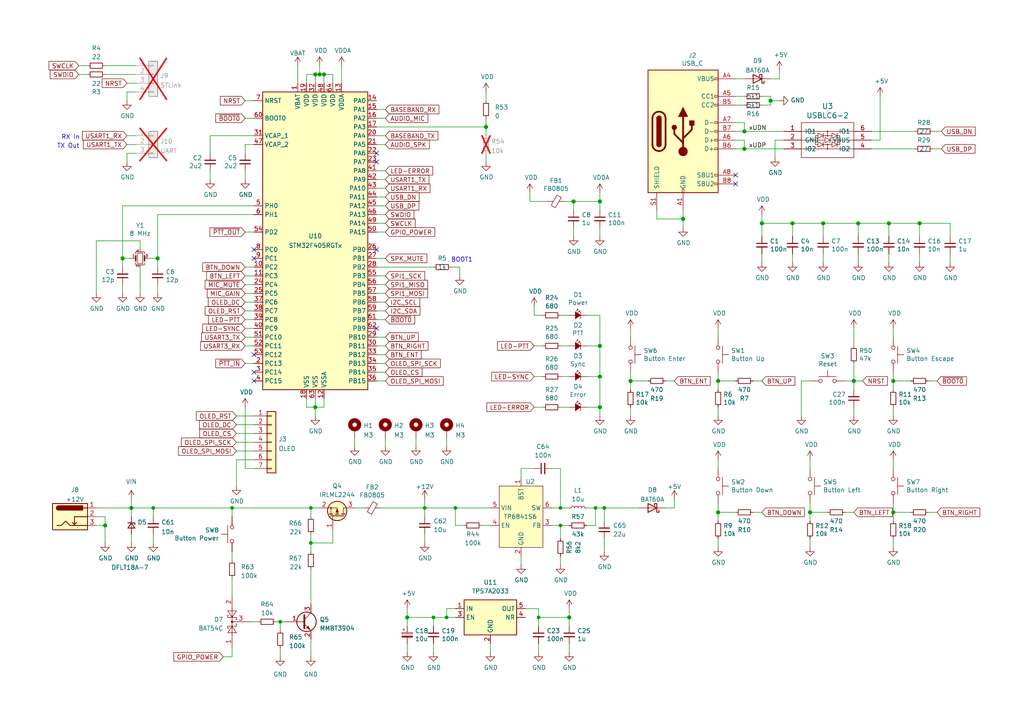
<source format=kicad_sch>
(kicad_sch (version 20230121) (generator eeschema)
  (paper "A4")
  (title_block (title "Module17") (date "2023-07-18") (rev "Rev 1.0") (company "M17Project") (comment 1 "Mathis - DB9MAT") (comment 2 "Wojciech - SP5WWP") (comment 3 "Authors:"))
  (junction (at 35.56 74.93) (diameter 1.016))
  (junction (at 67.31 147.32))
  (junction (at 129.54 179.07))
  (junction (at 259.08 110.49) (diameter 1.016))
  (junction (at 208.28 148.59) (diameter 1.016))
  (junction (at 182.88 110.49) (diameter 1.016))
  (junction (at 123.19 147.32))
  (junction (at 234.95 148.59) (diameter 1.016))
  (junction (at 266.7 64.77) (diameter 1.016))
  (junction (at 125.73 179.07))
  (junction (at 173.99 109.22) (diameter 1.016))
  (junction (at 93.98 21.59) (diameter 1.016))
  (junction (at 238.76 64.77) (diameter 1.016))
  (junction (at 257.81 64.77) (diameter 1.016))
  (junction (at 173.99 58.42) (diameter 1.016))
  (junction (at 30.48 152.4) (diameter 1.016))
  (junction (at 208.28 110.49) (diameter 1.016))
  (junction (at 259.08 148.59) (diameter 1.016))
  (junction (at 172.72 147.32))
  (junction (at 162.56 152.4))
  (junction (at 91.44 118.11) (diameter 1.016))
  (junction (at 175.26 147.32))
  (junction (at 173.99 100.33) (diameter 1.016))
  (junction (at 248.92 64.77) (diameter 1.016))
  (junction (at 220.98 64.77) (diameter 1.016))
  (junction (at 247.65 110.49) (diameter 1.016))
  (junction (at 223.52 29.21) (diameter 1.016))
  (junction (at 198.12 63.5) (diameter 1.016))
  (junction (at 92.71 21.59) (diameter 1.016))
  (junction (at 45.72 74.93) (diameter 1.016))
  (junction (at 44.45 147.32))
  (junction (at 81.28 180.34))
  (junction (at 215.9 43.18) (diameter 1.016))
  (junction (at 90.17 157.48))
  (junction (at 118.11 179.07) (diameter 1.016))
  (junction (at 91.44 21.59) (diameter 1.016))
  (junction (at 132.08 147.32))
  (junction (at 38.1 147.32) (diameter 1.016))
  (junction (at 156.21 179.07))
  (junction (at 173.99 118.11) (diameter 1.016))
  (junction (at 215.9 38.1) (diameter 1.016))
  (junction (at 140.97 36.83) (diameter 1.016))
  (junction (at 162.56 147.32))
  (junction (at 166.37 58.42) (diameter 1.016))
  (junction (at 90.17 147.32))
  (junction (at 229.87 64.77) (diameter 1.016))
  (junction (at 165.1 179.07) (diameter 1.016))
  (no_connect (at 109.22 95.25))
  (no_connect (at 213.36 50.8))
  (no_connect (at 213.36 53.34))
  (no_connect (at 109.22 44.45))
  (no_connect (at 73.66 110.49))
  (no_connect (at 109.22 46.99))
  (no_connect (at 109.22 72.39))
  (no_connect (at 73.66 72.39))
  (no_connect (at 73.66 107.95))
  (no_connect (at 73.66 74.93))
  (no_connect (at 73.66 102.87))
  (wire (pts (xy 91.44 115.57) (xy 91.44 118.11)))
  (wire (pts (xy 223.52 29.21) (xy 226.06 29.21)))
  (wire (pts (xy 109.22 92.71) (xy 111.76 92.71)))
  (wire (pts (xy 73.66 133.35) (xy 68.58 133.35)))
  (wire (pts (xy 223.52 29.21) (xy 223.52 30.48)))
  (wire (pts (xy 227.33 40.64) (xy 224.79 40.64)))
  (wire (pts (xy 173.99 58.42) (xy 173.99 55.88)))
  (wire (pts (xy 160.02 152.4) (xy 162.56 152.4)))
  (wire (pts (xy 208.28 95.25) (xy 208.28 97.79)))
  (wire (pts (xy 44.45 147.32) (xy 67.31 147.32)))
  (wire (pts (xy 259.08 110.49) (xy 259.08 113.03)))
  (wire (pts (xy 71.12 41.91) (xy 71.12 44.45)))
  (wire (pts (xy 140.97 26.67) (xy 140.97 29.21)))
  (wire (pts (xy 140.97 34.29) (xy 140.97 36.83)))
  (wire (pts (xy 140.97 36.83) (xy 140.97 39.37)))
  (wire (pts (xy 40.64 77.47) (xy 40.64 85.09)))
  (wire (pts (xy 88.9 24.13) (xy 88.9 21.59)))
  (wire (pts (xy 99.06 19.05) (xy 99.06 24.13)))
  (wire (pts (xy 109.22 74.93) (xy 111.76 74.93)))
  (wire (pts (xy 259.08 156.21) (xy 259.08 158.75)))
  (wire (pts (xy 109.22 87.63) (xy 111.76 87.63)))
  (wire (pts (xy 68.58 133.35) (xy 68.58 140.97)))
  (wire (pts (xy 38.1 144.78) (xy 38.1 147.32)))
  (wire (pts (xy 223.52 27.94) (xy 223.52 29.21)))
  (wire (pts (xy 238.76 73.66) (xy 238.76 76.2)))
  (wire (pts (xy 71.12 41.91) (xy 73.66 41.91)))
  (wire (pts (xy 35.56 59.69) (xy 35.56 74.93)))
  (wire (pts (xy 30.48 21.59) (xy 39.37 21.59)))
  (wire (pts (xy 166.37 66.04) (xy 166.37 68.58)))
  (wire (pts (xy 151.13 135.89) (xy 151.13 138.43)))
  (wire (pts (xy 90.17 165.1) (xy 90.17 175.26)))
  (wire (pts (xy 266.7 73.66) (xy 266.7 76.2)))
  (wire (pts (xy 123.19 147.32) (xy 123.19 149.86)))
  (wire (pts (xy 27.94 69.85) (xy 27.94 85.09)))
  (wire (pts (xy 40.64 69.85) (xy 27.94 69.85)))
  (wire (pts (xy 40.64 72.39) (xy 40.64 69.85)))
  (wire (pts (xy 123.19 144.78) (xy 123.19 147.32)))
  (wire (pts (xy 162.56 118.11) (xy 165.1 118.11)))
  (wire (pts (xy 247.65 110.49) (xy 247.65 113.03)))
  (wire (pts (xy 36.83 39.37) (xy 39.37 39.37)))
  (wire (pts (xy 91.44 21.59) (xy 88.9 21.59)))
  (wire (pts (xy 257.81 73.66) (xy 257.81 76.2)))
  (wire (pts (xy 111.76 85.09) (xy 109.22 85.09)))
  (wire (pts (xy 157.48 91.44) (xy 154.94 91.44)))
  (wire (pts (xy 30.48 19.05) (xy 39.37 19.05)))
  (wire (pts (xy 245.11 148.59) (xy 247.65 148.59)))
  (wire (pts (xy 67.31 149.86) (xy 67.31 147.32)))
  (wire (pts (xy 252.73 38.1) (xy 265.43 38.1)))
  (wire (pts (xy 45.72 74.93) (xy 45.72 77.47)))
  (wire (pts (xy 170.18 100.33) (xy 173.99 100.33)))
  (wire (pts (xy 162.56 152.4) (xy 165.1 152.4)))
  (wire (pts (xy 109.22 90.17) (xy 111.76 90.17)))
  (wire (pts (xy 30.48 152.4) (xy 30.48 157.48)))
  (wire (pts (xy 27.94 152.4) (xy 30.48 152.4)))
  (wire (pts (xy 229.87 64.77) (xy 238.76 64.77)))
  (wire (pts (xy 162.56 161.29) (xy 162.56 163.83)))
  (wire (pts (xy 71.12 90.17) (xy 73.66 90.17)))
  (wire (pts (xy 86.36 19.05) (xy 86.36 24.13)))
  (wire (pts (xy 43.18 74.93) (xy 45.72 74.93)))
  (wire (pts (xy 72.39 180.34) (xy 74.93 180.34)))
  (wire (pts (xy 109.22 52.07) (xy 111.76 52.07)))
  (wire (pts (xy 224.79 40.64) (xy 224.79 45.72)))
  (wire (pts (xy 252.73 43.18) (xy 265.43 43.18)))
  (wire (pts (xy 232.41 110.49) (xy 232.41 120.65)))
  (wire (pts (xy 182.88 118.11) (xy 182.88 120.65)))
  (wire (pts (xy 91.44 118.11) (xy 91.44 120.65)))
  (wire (pts (xy 275.59 73.66) (xy 275.59 76.2)))
  (wire (pts (xy 173.99 66.04) (xy 173.99 68.58)))
  (wire (pts (xy 81.28 180.34) (xy 82.55 180.34)))
  (wire (pts (xy 270.51 38.1) (xy 273.05 38.1)))
  (wire (pts (xy 71.12 87.63) (xy 73.66 87.63)))
  (wire (pts (xy 38.1 147.32) (xy 38.1 149.86)))
  (wire (pts (xy 245.11 110.49) (xy 247.65 110.49)))
  (wire (pts (xy 275.59 64.77) (xy 275.59 68.58)))
  (wire (pts (xy 220.98 64.77) (xy 229.87 64.77)))
  (wire (pts (xy 88.9 118.11) (xy 91.44 118.11)))
  (wire (pts (xy 88.9 115.57) (xy 88.9 118.11)))
  (wire (pts (xy 91.44 118.11) (xy 93.98 118.11)))
  (wire (pts (xy 93.98 115.57) (xy 93.98 118.11)))
  (wire (pts (xy 111.76 127) (xy 111.76 129.54)))
  (wire (pts (xy 247.65 118.11) (xy 247.65 120.65)))
  (wire (pts (xy 252.73 40.64) (xy 255.27 40.64)))
  (wire (pts (xy 270.51 43.18) (xy 273.05 43.18)))
  (wire (pts (xy 35.56 59.69) (xy 73.66 59.69)))
  (wire (pts (xy 208.28 146.05) (xy 208.28 148.59)))
  (wire (pts (xy 266.7 64.77) (xy 275.59 64.77)))
  (wire (pts (xy 90.17 147.32) (xy 90.17 149.86)))
  (wire (pts (xy 162.56 147.32) (xy 162.56 135.89)))
  (wire (pts (xy 157.48 100.33) (xy 154.94 100.33)))
  (wire (pts (xy 71.12 29.21) (xy 73.66 29.21)))
  (wire (pts (xy 208.28 110.49) (xy 208.28 113.03)))
  (wire (pts (xy 190.5 60.96) (xy 190.5 63.5)))
  (wire (pts (xy 142.24 147.32) (xy 132.08 147.32)))
  (wire (pts (xy 71.12 82.55) (xy 73.66 82.55)))
  (wire (pts (xy 166.37 58.42) (xy 173.99 58.42)))
  (wire (pts (xy 175.26 147.32) (xy 175.26 151.13)))
  (wire (pts (xy 109.22 49.53) (xy 111.76 49.53)))
  (wire (pts (xy 165.1 186.69) (xy 165.1 189.23)))
  (wire (pts (xy 36.83 26.67) (xy 36.83 29.21)))
  (wire (pts (xy 39.37 26.67) (xy 36.83 26.67)))
  (wire (pts (xy 173.99 58.42) (xy 173.99 60.96)))
  (wire (pts (xy 156.21 179.07) (xy 165.1 179.07)))
  (wire (pts (xy 255.27 27.94) (xy 255.27 40.64)))
  (wire (pts (xy 213.36 38.1) (xy 215.9 38.1)))
  (wire (pts (xy 234.95 133.35) (xy 234.95 135.89)))
  (wire (pts (xy 67.31 167.64) (xy 67.31 172.72)))
  (wire (pts (xy 123.19 147.32) (xy 132.08 147.32)))
  (wire (pts (xy 213.36 43.18) (xy 215.9 43.18)))
  (wire (pts (xy 45.72 62.23) (xy 45.72 74.93)))
  (wire (pts (xy 208.28 107.95) (xy 208.28 110.49)))
  (wire (pts (xy 140.97 44.45) (xy 140.97 46.99)))
  (wire (pts (xy 257.81 64.77) (xy 257.81 68.58)))
  (wire (pts (xy 60.96 49.53) (xy 60.96 52.07)))
  (wire (pts (xy 247.65 110.49) (xy 250.19 110.49)))
  (wire (pts (xy 195.58 144.78) (xy 195.58 147.32)))
  (wire (pts (xy 81.28 187.96) (xy 81.28 190.5)))
  (wire (pts (xy 248.92 64.77) (xy 248.92 68.58)))
  (wire (pts (xy 109.22 105.41) (xy 111.76 105.41)))
  (wire (pts (xy 218.44 148.59) (xy 220.98 148.59)))
  (wire (pts (xy 71.12 100.33) (xy 73.66 100.33)))
  (wire (pts (xy 71.12 80.01) (xy 73.66 80.01)))
  (wire (pts (xy 71.12 85.09) (xy 73.66 85.09)))
  (wire (pts (xy 71.12 77.47) (xy 73.66 77.47)))
  (wire (pts (xy 170.18 147.32) (xy 172.72 147.32)))
  (wire (pts (xy 259.08 95.25) (xy 259.08 97.79)))
  (wire (pts (xy 208.28 148.59) (xy 208.28 151.13)))
  (wire (pts (xy 68.58 128.27) (xy 73.66 128.27)))
  (wire (pts (xy 125.73 179.07) (xy 129.54 179.07)))
  (wire (pts (xy 129.54 179.07) (xy 132.08 179.07)))
  (wire (pts (xy 162.56 100.33) (xy 165.1 100.33)))
  (wire (pts (xy 247.65 105.41) (xy 247.65 110.49)))
  (wire (pts (xy 162.56 135.89) (xy 160.02 135.89)))
  (wire (pts (xy 111.76 64.77) (xy 109.22 64.77)))
  (wire (pts (xy 109.22 110.49) (xy 111.76 110.49)))
  (wire (pts (xy 109.22 100.33) (xy 111.76 100.33)))
  (wire (pts (xy 215.9 43.18) (xy 227.33 43.18)))
  (wire (pts (xy 71.12 97.79) (xy 73.66 97.79)))
  (wire (pts (xy 259.08 118.11) (xy 259.08 120.65)))
  (wire (pts (xy 25.4 19.05) (xy 22.86 19.05)))
  (wire (pts (xy 162.56 147.32) (xy 165.1 147.32)))
  (wire (pts (xy 102.87 147.32) (xy 105.41 147.32)))
  (wire (pts (xy 111.76 62.23) (xy 109.22 62.23)))
  (wire (pts (xy 269.24 110.49) (xy 271.78 110.49)))
  (wire (pts (xy 213.36 30.48) (xy 215.9 30.48)))
  (wire (pts (xy 220.98 27.94) (xy 223.52 27.94)))
  (wire (pts (xy 109.22 77.47) (xy 125.73 77.47)))
  (wire (pts (xy 157.48 118.11) (xy 154.94 118.11)))
  (wire (pts (xy 35.56 82.55) (xy 35.56 85.09)))
  (wire (pts (xy 111.76 82.55) (xy 109.22 82.55)))
  (wire (pts (xy 247.65 95.25) (xy 247.65 100.33)))
  (wire (pts (xy 90.17 157.48) (xy 90.17 160.02)))
  (wire (pts (xy 118.11 179.07) (xy 118.11 181.61)))
  (wire (pts (xy 165.1 179.07) (xy 165.1 181.61)))
  (wire (pts (xy 90.17 154.94) (xy 90.17 157.48)))
  (wire (pts (xy 39.37 24.13) (xy 36.83 24.13)))
  (wire (pts (xy 170.18 91.44) (xy 173.99 91.44)))
  (wire (pts (xy 198.12 63.5) (xy 198.12 60.96)))
  (wire (pts (xy 90.17 185.42) (xy 90.17 190.5)))
  (wire (pts (xy 39.37 44.45) (xy 36.83 44.45)))
  (wire (pts (xy 162.56 91.44) (xy 165.1 91.44)))
  (wire (pts (xy 35.56 74.93) (xy 35.56 77.47)))
  (wire (pts (xy 123.19 154.94) (xy 123.19 157.48)))
  (wire (pts (xy 68.58 123.19) (xy 73.66 123.19)))
  (wire (pts (xy 109.22 67.31) (xy 111.76 67.31)))
  (wire (pts (xy 109.22 31.75) (xy 111.76 31.75)))
  (wire (pts (xy 60.96 39.37) (xy 60.96 44.45)))
  (wire (pts (xy 156.21 186.69) (xy 156.21 189.23)))
  (wire (pts (xy 151.13 161.29) (xy 151.13 163.83)))
  (wire (pts (xy 170.18 152.4) (xy 172.72 152.4)))
  (wire (pts (xy 158.75 58.42) (xy 153.67 58.42)))
  (wire (pts (xy 109.22 39.37) (xy 111.76 39.37)))
  (wire (pts (xy 259.08 148.59) (xy 259.08 151.13)))
  (wire (pts (xy 162.56 109.22) (xy 165.1 109.22)))
  (wire (pts (xy 36.83 41.91) (xy 39.37 41.91)))
  (wire (pts (xy 175.26 156.21) (xy 175.26 160.02)))
  (wire (pts (xy 109.22 36.83) (xy 140.97 36.83)))
  (wire (pts (xy 142.24 186.69) (xy 142.24 189.23)))
  (wire (pts (xy 125.73 186.69) (xy 125.73 189.23)))
  (wire (pts (xy 238.76 64.77) (xy 248.92 64.77)))
  (wire (pts (xy 45.72 62.23) (xy 73.66 62.23)))
  (wire (pts (xy 208.28 110.49) (xy 213.36 110.49)))
  (wire (pts (xy 130.81 77.47) (xy 133.35 77.47)))
  (wire (pts (xy 25.4 21.59) (xy 22.86 21.59)))
  (wire (pts (xy 44.45 154.94) (xy 44.45 157.48)))
  (wire (pts (xy 154.94 135.89) (xy 151.13 135.89)))
  (wire (pts (xy 213.36 35.56) (xy 215.9 35.56)))
  (wire (pts (xy 170.18 118.11) (xy 173.99 118.11)))
  (wire (pts (xy 68.58 125.73) (xy 73.66 125.73)))
  (wire (pts (xy 92.71 21.59) (xy 91.44 21.59)))
  (wire (pts (xy 93.98 21.59) (xy 92.71 21.59)))
  (wire (pts (xy 208.28 118.11) (xy 208.28 120.65)))
  (wire (pts (xy 118.11 186.69) (xy 118.11 189.23)))
  (wire (pts (xy 110.49 147.32) (xy 123.19 147.32)))
  (wire (pts (xy 157.48 109.22) (xy 154.94 109.22)))
  (wire (pts (xy 234.95 148.59) (xy 234.95 151.13)))
  (wire (pts (xy 223.52 22.86) (xy 226.06 22.86)))
  (wire (pts (xy 165.1 179.07) (xy 165.1 176.53)))
  (wire (pts (xy 38.1 154.94) (xy 38.1 157.48)))
  (wire (pts (xy 93.98 24.13) (xy 93.98 21.59)))
  (wire (pts (xy 234.95 146.05) (xy 234.95 148.59)))
  (wire (pts (xy 208.28 133.35) (xy 208.28 135.89)))
  (wire (pts (xy 73.66 92.71) (xy 71.12 92.71)))
  (wire (pts (xy 102.87 127) (xy 102.87 129.54)))
  (wire (pts (xy 190.5 63.5) (xy 198.12 63.5)))
  (wire (pts (xy 81.28 182.88) (xy 81.28 180.34)))
  (wire (pts (xy 67.31 147.32) (xy 90.17 147.32)))
  (wire (pts (xy 215.9 40.64) (xy 215.9 43.18)))
  (wire (pts (xy 96.52 24.13) (xy 96.52 21.59)))
  (wire (pts (xy 213.36 22.86) (xy 215.9 22.86)))
  (wire (pts (xy 172.72 147.32) (xy 172.72 152.4)))
  (wire (pts (xy 73.66 95.25) (xy 71.12 95.25)))
  (wire (pts (xy 109.22 102.87) (xy 111.76 102.87)))
  (wire (pts (xy 226.06 22.86) (xy 226.06 20.32)))
  (wire (pts (xy 60.96 39.37) (xy 73.66 39.37)))
  (wire (pts (xy 67.31 187.96) (xy 67.31 190.5)))
  (wire (pts (xy 259.08 133.35) (xy 259.08 135.89)))
  (wire (pts (xy 220.98 62.23) (xy 220.98 64.77)))
  (wire (pts (xy 71.12 67.31) (xy 73.66 67.31)))
  (wire (pts (xy 259.08 110.49) (xy 264.16 110.49)))
  (wire (pts (xy 172.72 147.32) (xy 175.26 147.32)))
  (wire (pts (xy 152.4 176.53) (xy 156.21 176.53)))
  (wire (pts (xy 156.21 176.53) (xy 156.21 179.07)))
  (wire (pts (xy 118.11 179.07) (xy 118.11 176.53)))
  (wire (pts (xy 198.12 63.5) (xy 198.12 66.04)))
  (wire (pts (xy 162.56 152.4) (xy 162.56 156.21)))
  (wire (pts (xy 80.01 180.34) (xy 81.28 180.34)))
  (wire (pts (xy 160.02 147.32) (xy 162.56 147.32)))
  (wire (pts (xy 109.22 107.95) (xy 111.76 107.95)))
  (wire (pts (xy 234.95 148.59) (xy 240.03 148.59)))
  (wire (pts (xy 36.83 44.45) (xy 36.83 46.99)))
  (wire (pts (xy 193.04 110.49) (xy 195.58 110.49)))
  (wire (pts (xy 96.52 21.59) (xy 93.98 21.59)))
  (wire (pts (xy 229.87 64.77) (xy 229.87 68.58)))
  (wire (pts (xy 90.17 157.48) (xy 96.52 157.48)))
  (wire (pts (xy 182.88 110.49) (xy 187.96 110.49)))
  (wire (pts (xy 38.1 147.32) (xy 44.45 147.32)))
  (wire (pts (xy 27.94 149.86) (xy 30.48 149.86)))
  (wire (pts (xy 30.48 149.86) (xy 30.48 152.4)))
  (wire (pts (xy 259.08 146.05) (xy 259.08 148.59)))
  (wire (pts (xy 175.26 147.32) (xy 185.42 147.32)))
  (wire (pts (xy 182.88 110.49) (xy 182.88 113.03)))
  (wire (pts (xy 257.81 64.77) (xy 266.7 64.77)))
  (wire (pts (xy 132.08 147.32) (xy 132.08 152.4)))
  (wire (pts (xy 92.71 19.05) (xy 92.71 21.59)))
  (wire (pts (xy 125.73 179.07) (xy 125.73 181.61)))
  (wire (pts (xy 68.58 130.81) (xy 73.66 130.81)))
  (wire (pts (xy 208.28 148.59) (xy 213.36 148.59)))
  (wire (pts (xy 109.22 41.91) (xy 111.76 41.91)))
  (wire (pts (xy 71.12 49.53) (xy 71.12 52.07)))
  (wire (pts (xy 223.52 30.48) (xy 220.98 30.48)))
  (wire (pts (xy 154.94 91.44) (xy 154.94 88.9)))
  (wire (pts (xy 71.12 105.41) (xy 73.66 105.41)))
  (wire (pts (xy 109.22 80.01) (xy 111.76 80.01)))
  (wire (pts (xy 218.44 110.49) (xy 220.98 110.49)))
  (wire (pts (xy 71.12 135.89) (xy 71.12 118.11)))
  (wire (pts (xy 73.66 135.89) (xy 71.12 135.89)))
  (wire (pts (xy 266.7 64.77) (xy 266.7 68.58)))
  (wire (pts (xy 193.04 147.32) (xy 195.58 147.32)))
  (wire (pts (xy 132.08 152.4) (xy 134.62 152.4)))
  (wire (pts (xy 120.65 127) (xy 120.65 129.54)))
  (wire (pts (xy 45.72 82.55) (xy 45.72 85.09)))
  (wire (pts (xy 234.95 156.21) (xy 234.95 158.75)))
  (wire (pts (xy 35.56 74.93) (xy 38.1 74.93)))
  (wire (pts (xy 139.7 152.4) (xy 142.24 152.4)))
  (wire (pts (xy 213.36 27.94) (xy 215.9 27.94)))
  (wire (pts (xy 90.17 147.32) (xy 92.71 147.32)))
  (wire (pts (xy 248.92 64.77) (xy 257.81 64.77)))
  (wire (pts (xy 269.24 148.59) (xy 271.78 148.59)))
  (wire (pts (xy 259.08 148.59) (xy 264.16 148.59)))
  (wire (pts (xy 132.08 176.53) (xy 129.54 176.53)))
  (wire (pts (xy 129.54 176.53) (xy 129.54 179.07)))
  (wire (pts (xy 163.83 58.42) (xy 166.37 58.42)))
  (wire (pts (xy 220.98 68.58) (xy 220.98 64.77)))
  (wire (pts (xy 64.77 190.5) (xy 67.31 190.5)))
  (wire (pts (xy 229.87 73.66) (xy 229.87 76.2)))
  (wire (pts (xy 215.9 38.1) (xy 227.33 38.1)))
  (wire (pts (xy 44.45 147.32) (xy 44.45 149.86)))
  (wire (pts (xy 182.88 95.25) (xy 182.88 97.79)))
  (wire (pts (xy 133.35 77.47) (xy 133.35 80.01)))
  (wire (pts (xy 71.12 34.29) (xy 73.66 34.29)))
  (wire (pts (xy 173.99 100.33) (xy 173.99 109.22)))
  (wire (pts (xy 156.21 179.07) (xy 156.21 181.61)))
  (wire (pts (xy 182.88 107.95) (xy 182.88 110.49)))
  (wire (pts (xy 248.92 73.66) (xy 248.92 76.2)))
  (wire (pts (xy 215.9 35.56) (xy 215.9 38.1)))
  (wire (pts (xy 173.99 109.22) (xy 173.99 118.11)))
  (wire (pts (xy 220.98 73.66) (xy 220.98 76.2)))
  (wire (pts (xy 173.99 118.11) (xy 173.99 120.65)))
  (wire (pts (xy 96.52 153.67) (xy 96.52 157.48)))
  (wire (pts (xy 238.76 64.77) (xy 238.76 68.58)))
  (wire (pts (xy 91.44 24.13) (xy 91.44 21.59)))
  (wire (pts (xy 68.58 120.65) (xy 73.66 120.65)))
  (wire (pts (xy 67.31 160.02) (xy 67.31 162.56)))
  (wire (pts (xy 173.99 91.44) (xy 173.99 100.33)))
  (wire (pts (xy 27.94 147.32) (xy 38.1 147.32)))
  (wire (pts (xy 259.08 107.95) (xy 259.08 110.49)))
  (wire (pts (xy 170.18 109.22) (xy 173.99 109.22)))
  (wire (pts (xy 153.67 58.42) (xy 153.67 55.88)))
  (wire (pts (xy 111.76 59.69) (xy 109.22 59.69)))
  (wire (pts (xy 166.37 58.42) (xy 166.37 60.96)))
  (wire (pts (xy 213.36 40.64) (xy 215.9 40.64)))
  (wire (pts (xy 125.73 179.07) (xy 118.11 179.07)))
  (wire (pts (xy 232.41 110.49) (xy 234.95 110.49)))
  (wire (pts (xy 109.22 34.29) (xy 111.76 34.29)))
  (wire (pts (xy 109.22 54.61) (xy 111.76 54.61)))
  (wire (pts (xy 208.28 156.21) (xy 208.28 158.75)))
  (wire (pts (xy 129.54 127) (xy 129.54 129.54)))
  (wire (pts (xy 111.76 57.15) (xy 109.22 57.15)))
  (wire (pts (xy 109.22 97.79) (xy 111.76 97.79)))
  (text "BOOT1" (at 130.81 76.2 0) (effects (font (size 1.27 1.27)) (justify left bottom)))
  (text "TX Out" (at 16.51 43.18 0) (effects (font (size 1.27 1.27)) (justify left bottom)))
  (text "RX In" (at 17.78 40.64 0) (effects (font (size 1.27 1.27)) (justify left bottom)))
  (label "xUDN" (at 217.17 38.1 0))
  (label "xUDP" (at 217.17 43.18 0))
  (global_label "GPIO_POWER" (shape input) (at 64.77 190.5 180) (property "Intersheetrefs" "${INTERSHEET_REFS}" (effects hide)))
  (global_label "LED-SYNC" (shape input) (at 154.94 109.22 180) (property "Intersheetrefs" "${INTERSHEET_REFS}" (effects hide)))
  (global_label "USART1_RX" (shape input) (at 36.83 39.37 180) (property "Intersheetrefs" "${INTERSHEET_REFS}" (effects hide)))
  (global_label "LED-ERROR" (shape input) (at 154.94 118.11 180) (property "Intersheetrefs" "${INTERSHEET_REFS}" (effects hide)))
  (global_label "OLED_CS" (shape input) (at 111.76 107.95 0) (property "Intersheetrefs" "${INTERSHEET_REFS}" (effects hide)))
  (global_label "USB_DP" (shape input) (at 273.05 43.18 0) (property "Intersheetrefs" "${INTERSHEET_REFS}" (effects hide)))
  (global_label "SWCLK" (shape input) (at 111.76 64.77 0) (property "Intersheetrefs" "${INTERSHEET_REFS}" (effects hide)))
  (global_label "~{PTT_IN}" (shape input) (at 71.12 105.41 180) (property "Intersheetrefs" "${INTERSHEET_REFS}" (effects hide)))
  (global_label "OLED_SPI_MOSI" (shape input) (at 111.76 110.49 0) (property "Intersheetrefs" "${INTERSHEET_REFS}" (effects hide)))
  (global_label "OLED_SPI_SCK" (shape input) (at 68.58 128.27 180) (property "Intersheetrefs" "${INTERSHEET_REFS}" (effects hide)))
  (global_label "OLED_DC" (shape input) (at 68.58 123.19 180) (property "Intersheetrefs" "${INTERSHEET_REFS}" (effects hide)))
  (global_label "BTN_LEFT" (shape input) (at 247.65 148.59 0) (property "Intersheetrefs" "${INTERSHEET_REFS}" (effects hide)))
  (global_label "~{BOOT0}" (shape input) (at 111.76 92.71 0) (property "Intersheetrefs" "${INTERSHEET_REFS}" (effects hide)))
  (global_label "MIC_GAIN" (shape input) (at 71.12 85.09 180) (property "Intersheetrefs" "${INTERSHEET_REFS}" (effects hide)))
  (global_label "OLED_SPI_MOSI" (shape input) (at 68.58 130.81 180) (property "Intersheetrefs" "${INTERSHEET_REFS}" (effects hide)))
  (global_label "SWCLK" (shape input) (at 22.86 19.05 180) (property "Intersheetrefs" "${INTERSHEET_REFS}" (effects hide)))
  (global_label "BTN_ENT" (shape input) (at 195.58 110.49 0) (property "Intersheetrefs" "${INTERSHEET_REFS}" (effects hide)))
  (global_label "AUDIO_SPK" (shape input) (at 111.76 41.91 0) (property "Intersheetrefs" "${INTERSHEET_REFS}" (effects hide)))
  (global_label "OLED_DC" (shape input) (at 71.12 87.63 180) (property "Intersheetrefs" "${INTERSHEET_REFS}" (effects hide)))
  (global_label "~{PTT_OUT}" (shape input) (at 71.12 67.31 180) (property "Intersheetrefs" "${INTERSHEET_REFS}" (effects hide)))
  (global_label "~{MIC_MUTE}" (shape input) (at 71.12 82.55 180) (property "Intersheetrefs" "${INTERSHEET_REFS}" (effects hide)))
  (global_label "SWDIO" (shape input) (at 22.86 21.59 180) (property "Intersheetrefs" "${INTERSHEET_REFS}" (effects hide)))
  (global_label "LED-PTT" (shape input) (at 71.12 92.71 180) (property "Intersheetrefs" "${INTERSHEET_REFS}" (effects hide)))
  (global_label "~{BOOT0}" (shape input) (at 271.78 110.49 0) (property "Intersheetrefs" "${INTERSHEET_REFS}" (effects hide)))
  (global_label "OLED_SPI_SCK" (shape input) (at 111.76 105.41 0) (property "Intersheetrefs" "${INTERSHEET_REFS}" (effects hide)))
  (global_label "LED-ERROR" (shape input) (at 111.76 49.53 0) (property "Intersheetrefs" "${INTERSHEET_REFS}" (effects hide)))
  (global_label "BTN_DOWN" (shape input) (at 71.12 77.47 180) (property "Intersheetrefs" "${INTERSHEET_REFS}" (effects hide)))
  (global_label "LED-PTT" (shape input) (at 154.94 100.33 180) (property "Intersheetrefs" "${INTERSHEET_REFS}" (effects hide)))
  (global_label "USB_DP" (shape input) (at 111.76 59.69 0) (property "Intersheetrefs" "${INTERSHEET_REFS}" (effects hide)))
  (global_label "I2C_SCL" (shape input) (at 111.76 87.63 0) (property "Intersheetrefs" "${INTERSHEET_REFS}" (effects hide)))
  (global_label "AUDIO_MIC" (shape input) (at 111.76 34.29 0) (property "Intersheetrefs" "${INTERSHEET_REFS}" (effects hide)))
  (global_label "BTN_LEFT" (shape input) (at 71.12 80.01 180) (property "Intersheetrefs" "${INTERSHEET_REFS}" (effects hide)))
  (global_label "SPI1_MOSI" (shape input) (at 111.76 85.09 0) (property "Intersheetrefs" "${INTERSHEET_REFS}" (effects hide)))
  (global_label "USB_DN" (shape input) (at 111.76 57.15 0) (property "Intersheetrefs" "${INTERSHEET_REFS}" (effects hide)))
  (global_label "USART1_TX" (shape input) (at 111.76 52.07 0) (property "Intersheetrefs" "${INTERSHEET_REFS}" (effects hide)))
  (global_label "USART1_RX" (shape input) (at 111.76 54.61 0) (property "Intersheetrefs" "${INTERSHEET_REFS}" (effects hide)))
  (global_label "BTN_ENT" (shape input) (at 111.76 102.87 0) (property "Intersheetrefs" "${INTERSHEET_REFS}" (effects hide)))
  (global_label "NRST" (shape input) (at 36.83 24.13 180) (property "Intersheetrefs" "${INTERSHEET_REFS}" (effects hide)))
  (global_label "BTN_RIGHT" (shape input) (at 271.78 148.59 0) (property "Intersheetrefs" "${INTERSHEET_REFS}" (effects hide)))
  (global_label "GPIO_POWER" (shape input) (at 111.76 67.31 0) (property "Intersheetrefs" "${INTERSHEET_REFS}" (effects hide)))
  (global_label "USART1_TX" (shape input) (at 36.83 41.91 180) (property "Intersheetrefs" "${INTERSHEET_REFS}" (effects hide)))
  (global_label "BTN_DOWN" (shape input) (at 220.98 148.59 0) (property "Intersheetrefs" "${INTERSHEET_REFS}" (effects hide)))
  (global_label "USART3_RX" (shape input) (at 71.12 100.33 180) (property "Intersheetrefs" "${INTERSHEET_REFS}" (effects hide)))
  (global_label "SWDIO" (shape input) (at 111.76 62.23 0) (property "Intersheetrefs" "${INTERSHEET_REFS}" (effects hide)))
  (global_label "OLED_RST" (shape input) (at 68.58 120.65 180) (property "Intersheetrefs" "${INTERSHEET_REFS}" (effects hide)))
  (global_label "SPI1_MISO" (shape input) (at 111.76 82.55 0) (property "Intersheetrefs" "${INTERSHEET_REFS}" (effects hide)))
  (global_label "NRST" (shape input) (at 250.19 110.49 0) (property "Intersheetrefs" "${INTERSHEET_REFS}" (effects hide)))
  (global_label "LED-SYNC" (shape input) (at 71.12 95.25 180) (property "Intersheetrefs" "${INTERSHEET_REFS}" (effects hide)))
  (global_label "SPI1_SCK" (shape input) (at 111.76 80.01 0) (property "Intersheetrefs" "${INTERSHEET_REFS}" (effects hide)))
  (global_label "BASEBAND_RX" (shape input) (at 111.76 31.75 0) (property "Intersheetrefs" "${INTERSHEET_REFS}" (effects hide)))
  (global_label "~{BOOT0}" (shape input) (at 71.12 34.29 180) (property "Intersheetrefs" "${INTERSHEET_REFS}" (effects hide)))
  (global_label "BTN_UP" (shape input) (at 111.76 97.79 0) (property "Intersheetrefs" "${INTERSHEET_REFS}" (effects hide)))
  (global_label "OLED_CS" (shape input) (at 68.58 125.73 180) (property "Intersheetrefs" "${INTERSHEET_REFS}" (effects hide)))
  (global_label "SPK_MUTE" (shape input) (at 111.76 74.93 0) (property "Intersheetrefs" "${INTERSHEET_REFS}" (effects hide)))
  (global_label "USART3_TX" (shape input) (at 71.12 97.79 180) (property "Intersheetrefs" "${INTERSHEET_REFS}" (effects hide)))
  (global_label "BTN_UP" (shape input) (at 220.98 110.49 0) (property "Intersheetrefs" "${INTERSHEET_REFS}" (effects hide)))
  (global_label "OLED_RST" (shape input) (at 71.12 90.17 180) (property "Intersheetrefs" "${INTERSHEET_REFS}" (effects hide)))
  (global_label "NRST" (shape input) (at 71.12 29.21 180) (property "Intersheetrefs" "${INTERSHEET_REFS}" (effects hide)))
  (global_label "BASEBAND_TX" (shape input) (at 111.76 39.37 0) (property "Intersheetrefs" "${INTERSHEET_REFS}" (effects hide)))
  (global_label "I2C_SDA" (shape input) (at 111.76 90.17 0) (property "Intersheetrefs" "${INTERSHEET_REFS}" (effects hide)))
  (global_label "USB_DN" (shape input) (at 273.05 38.1 0) (property "Intersheetrefs" "${INTERSHEET_REFS}" (effects hide)))
  (global_label "BTN_RIGHT" (shape input) (at 111.76 100.33 0) (property "Intersheetrefs" "${INTERSHEET_REFS}" (effects hide)))
  (symbol (lib_id "Device:Crystal_GND24_Small") (at 40.64 74.93 0) (unit 1)
    (property "Reference" "Y1" (at 40.64 65.405 0))
    (property "Value" "8 MHz" (at 40.64 67.7164 0))
    (property "Footprint" "Crystal:Crystal_SMD_3225-4Pin_3.2x2.5mm" (effects hide))
    (property "MPN" "ECS-80-12-33-JGN-TR" (effects hide))
    (property "LCSC Part #" "C518156" (effects hide))
  )
  (symbol (lib_id "pkl_device:pkl_C_Small") (at 35.56 80.01 0) (mirror x) (unit 1)
    (property "Reference" "C3" (at 33.2232 78.8416 0) (effects (justify right)))
    (property "Value" "12p" (at 33.2232 81.153 0) (effects (justify right)))
    (property "Footprint" "pkl_dipol:C_0603" (effects hide))
    (property "MPN" "Generic C/12pF/C0G/16V/0603" (effects hide))
  )
  (symbol (lib_id "pkl_device:pkl_C_Small") (at 45.72 80.01 0) (unit 1)
    (property "Reference" "C6" (at 48.0568 78.8416 0) (effects (justify left)))
    (property "Value" "12p" (at 48.0568 81.153 0) (effects (justify left)))
    (property "Footprint" "pkl_dipol:C_0603" (effects hide))
    (property "MPN" "Generic C/12pF/C0G/16V/0603" (effects hide))
  )
  (symbol (lib_id "power:GND") (at 35.56 85.09 0) (unit 1)
    (property "Reference" "#PWR05" (effects hide))
    (property "Value" "GND" (at 35.687 89.4842 0))
  )
  (symbol (lib_id "power:GND") (at 45.72 85.09 0) (unit 1)
    (property "Reference" "#PWR010" (effects hide))
    (property "Value" "GND" (at 45.847 89.4842 0))
  )
  (symbol (lib_id "pkl_device:pkl_C_Small") (at 71.12 46.99 0) (mirror x) (unit 1)
    (property "Reference" "C5" (at 68.7832 45.8216 0) (effects (justify right)))
    (property "Value" "2u2" (at 68.7832 48.133 0) (effects (justify right)))
    (property "Footprint" "pkl_dipol:C_0603" (effects hide))
    (property "MPN" "Generic C/2.2uF/C0G/25V/0603" (effects hide))
  )
  (symbol (lib_id "pkl_device:pkl_C_Small") (at 60.96 46.99 0) (mirror x) (unit 1)
    (property "Reference" "C2" (at 58.6232 45.8216 0) (effects (justify right)))
    (property "Value" "2u2" (at 58.6232 48.133 0) (effects (justify right)))
    (property "Footprint" "pkl_dipol:C_0603" (effects hide))
    (property "MPN" "Generic C/2.2uF/C0G/25V/0603" (effects hide))
  )
  (symbol (lib_id "power:GND") (at 60.96 52.07 0) (unit 1)
    (property "Reference" "#PWR04" (effects hide))
    (property "Value" "GND" (at 61.087 56.4642 0))
  )
  (symbol (lib_id "power:GND") (at 71.12 52.07 0) (unit 1)
    (property "Reference" "#PWR09" (effects hide))
    (property "Value" "GND" (at 71.247 56.4642 0))
  )
  (symbol (lib_id "Device:Ferrite_Bead_Small") (at 161.29 58.42 270) (unit 1)
    (property "Reference" "FB1" (at 161.29 52.4002 90))
    (property "Value" "FB0805" (at 161.29 54.7116 90))
    (property "Footprint" "pkl_dipol:L_0805" (effects hide))
    (property "MPN" "2508056017Y2" (effects hide))
    (property "LCSC Part #" "C1017" (effects hide))
  )
  (symbol (lib_id "pkl_device:pkl_C_Small") (at 166.37 63.5 0) (unit 1)
    (property "Reference" "C8" (at 168.7068 62.3316 0) (effects (justify left)))
    (property "Value" "1u" (at 168.7068 64.643 0) (effects (justify left)))
    (property "Footprint" "pkl_dipol:C_0603" (effects hide))
    (property "MPN" "Generic C/1uF/C0G/25V/0603" (effects hide))
  )
  (symbol (lib_id "pkl_device:pkl_C_Small") (at 173.99 63.5 0) (unit 1)
    (property "Reference" "C11" (at 176.3268 62.3316 0) (effects (justify left)))
    (property "Value" "100n" (at 176.3268 64.643 0) (effects (justify left)))
    (property "Footprint" "pkl_dipol:C_0603" (effects hide))
    (property "MPN" "Generic C/100nF/C0G/25V/0603" (effects hide))
  )
  (symbol (lib_id "power:VDD") (at 153.67 55.88 0) (unit 1)
    (property "Reference" "#PWR01" (effects hide))
    (property "Value" "VDD" (at 154.051 51.4858 0))
  )
  (symbol (lib_id "power:VDDA") (at 99.06 19.05 0) (unit 1)
    (property "Reference" "#PWR022" (effects hide))
    (property "Value" "VDDA" (at 99.441 14.6558 0))
  )
  (symbol (lib_id "power:VDDA") (at 173.99 55.88 0) (unit 1)
    (property "Reference" "#PWR016" (effects hide))
    (property "Value" "VDDA" (at 174.371 51.4858 0))
  )
  (symbol (lib_id "power:VDD") (at 92.71 19.05 0) (unit 1)
    (property "Reference" "#PWR019" (effects hide))
    (property "Value" "VDD" (at 93.091 14.6558 0))
  )
  (symbol (lib_id "pkl_device:pkl_C_Small") (at 220.98 71.12 0) (unit 1)
    (property "Reference" "C1" (at 223.3168 69.9516 0) (effects (justify left)))
    (property "Value" "100n" (at 223.3168 72.263 0) (effects (justify left)))
    (property "Footprint" "pkl_dipol:C_0603" (effects hide))
    (property "MPN" "Generic C/100nF/C0G/25V/0603" (effects hide))
  )
  (symbol (lib_id "pkl_device:pkl_C_Small") (at 229.87 71.12 0) (unit 1)
    (property "Reference" "C4" (at 232.2068 69.9516 0) (effects (justify left)))
    (property "Value" "10n" (at 232.2068 72.263 0) (effects (justify left)))
    (property "Footprint" "pkl_dipol:C_0603" (effects hide))
    (property "MPN" "Generic C/10nF/C0G/25V/0603" (effects hide))
  )
  (symbol (lib_id "pkl_device:pkl_C_Small") (at 238.76 71.12 0) (unit 1)
    (property "Reference" "C7" (at 241.0968 69.9516 0) (effects (justify left)))
    (property "Value" "100n" (at 241.0968 72.263 0) (effects (justify left)))
    (property "Footprint" "pkl_dipol:C_0603" (effects hide))
    (property "MPN" "Generic C/100nF/C0G/25V/0603" (effects hide))
  )
  (symbol (lib_id "pkl_device:pkl_C_Small") (at 248.92 71.12 0) (unit 1)
    (property "Reference" "C13" (at 251.2568 69.9516 0) (effects (justify left)))
    (property "Value" "100n" (at 251.2568 72.263 0) (effects (justify left)))
    (property "Footprint" "pkl_dipol:C_0603" (effects hide))
    (property "MPN" "Generic C/100nF/C0G/25V/0603" (effects hide))
  )
  (symbol (lib_id "pkl_device:pkl_C_Small") (at 257.81 71.12 0) (unit 1)
    (property "Reference" "C14" (at 260.1468 69.9516 0) (effects (justify left)))
    (property "Value" "10n" (at 260.1468 72.263 0) (effects (justify left)))
    (property "Footprint" "pkl_dipol:C_0603" (effects hide))
    (property "MPN" "Generic C/10nF/C0G/25V/0603" (effects hide))
  )
  (symbol (lib_id "pkl_device:pkl_C_Small") (at 266.7 71.12 0) (unit 1)
    (property "Reference" "C16" (at 269.0368 69.9516 0) (effects (justify left)))
    (property "Value" "10n" (at 269.0368 72.263 0) (effects (justify left)))
    (property "Footprint" "pkl_dipol:C_0603" (effects hide))
    (property "MPN" "Generic C/10nF/C0G/25V/0603" (effects hide))
  )
  (symbol (lib_id "pkl_device:pkl_C_Small") (at 275.59 71.12 0) (unit 1)
    (property "Reference" "C17" (at 277.9268 69.9516 0) (effects (justify left)))
    (property "Value" "1u" (at 277.9268 72.263 0) (effects (justify left)))
    (property "Footprint" "pkl_dipol:C_0603" (effects hide))
    (property "MPN" "Generic C/1uF/C0G/25V/0603" (effects hide))
  )
  (symbol (lib_id "power:GND") (at 220.98 76.2 0) (unit 1)
    (property "Reference" "#PWR03" (effects hide))
    (property "Value" "GND" (at 221.107 80.5942 0))
  )
  (symbol (lib_id "power:GND") (at 229.87 76.2 0) (unit 1)
    (property "Reference" "#PWR08" (effects hide))
    (property "Value" "GND" (at 229.997 80.5942 0))
  )
  (symbol (lib_id "power:GND") (at 238.76 76.2 0) (unit 1)
    (property "Reference" "#PWR011" (effects hide))
    (property "Value" "GND" (at 238.887 80.5942 0))
  )
  (symbol (lib_id "power:GND") (at 248.92 76.2 0) (unit 1)
    (property "Reference" "#PWR013" (effects hide))
    (property "Value" "GND" (at 249.047 80.5942 0))
  )
  (symbol (lib_id "power:GND") (at 257.81 76.2 0) (unit 1)
    (property "Reference" "#PWR015" (effects hide))
    (property "Value" "GND" (at 257.937 80.5942 0))
  )
  (symbol (lib_id "power:GND") (at 266.7 76.2 0) (unit 1)
    (property "Reference" "#PWR018" (effects hide))
    (property "Value" "GND" (at 266.827 80.5942 0))
  )
  (symbol (lib_id "power:GND") (at 275.59 76.2 0) (unit 1)
    (property "Reference" "#PWR020" (effects hide))
    (property "Value" "GND" (at 275.717 80.5942 0))
  )
  (symbol (lib_id "power:VDD") (at 220.98 62.23 0) (unit 1)
    (property "Reference" "#PWR02" (effects hide))
    (property "Value" "VDD" (at 221.361 57.8358 0))
  )
  (symbol (lib_id "pkl_device:pkl_R_Small") (at 128.27 77.47 270) (unit 1)
    (property "Reference" "R5" (at 128.27 74.93 90))
    (property "Value" "1k" (at 128.27 77.47 90))
    (property "Footprint" "pkl_dipol:R_0603" (effects hide))
    (property "MPN" "Generic R/1k/0603" (effects hide))
  )
  (symbol (lib_id "power:GND") (at 133.35 80.01 0) (unit 1)
    (property "Reference" "#PWR028" (effects hide))
    (property "Value" "GND" (at 133.477 84.4042 0))
  )
  (symbol (lib_id "Switch:SW_Push") (at 240.03 110.49 0) (unit 1)
    (property "Reference" "SW3" (at 240.03 103.251 0))
    (property "Value" "Reset" (at 240.03 105.5624 0))
    (property "Footprint" "pkl_buttons_switches:SW_SPST_3x4x2.5" (effects hide))
    (property "MPN" "PTS810SJG250SMTRLFS" (effects hide))
    (property "LCSC Part #" "C221895" (effects hide))
  )
  (symbol (lib_id "pkl_device:pkl_C_Small") (at 247.65 115.57 0) (mirror x) (unit 1)
    (property "Reference" "C27" (at 245.3132 114.4016 0) (effects (justify right)))
    (property "Value" "100n" (at 245.3132 116.713 0) (effects (justify right)))
    (property "Footprint" "pkl_dipol:C_0603" (effects hide))
    (property "MPN" "Generic C/100nF/C0G/25V/0603" (effects hide))
  )
  (symbol (lib_id "power:GND") (at 247.65 120.65 0) (unit 1)
    (property "Reference" "#PWR042" (effects hide))
    (property "Value" "GND" (at 247.777 125.0442 0))
  )
  (symbol (lib_id "pkl_device:pkl_R_Small") (at 160.02 91.44 270) (unit 1)
    (property "Reference" "R24" (at 160.02 86.36 90))
    (property "Value" "680" (at 160.02 88.773 90))
    (property "Footprint" "pkl_dipol:R_0603" (effects hide))
    (property "MPN" "Generic R/680R/0603" (effects hide))
  )
  (symbol (lib_id "pkl_device:pkl_Led_Small") (at 167.64 91.44 0) (unit 1)
    (property "Reference" "D1" (at 167.64 85.471 0))
    (property "Value" "Power" (at 167.64 87.7824 0))
    (property "Footprint" "pkl_dipol:D_0603" (effects hide))
    (property "MPN" "Generic LED/Blue/0603" (effects hide))
  )
  (symbol (lib_id "pkl_device:pkl_Led_Small") (at 167.64 100.33 0) (unit 1)
    (property "Reference" "D2" (at 167.64 94.361 0))
    (property "Value" "PTT" (at 167.64 96.6724 0))
    (property "Footprint" "pkl_dipol:D_0603" (effects hide))
    (property "MPN" "Generic LED/Red/0603" (effects hide))
  )
  (symbol (lib_id "pkl_device:pkl_R_Small") (at 160.02 100.33 270) (unit 1)
    (property "Reference" "R25" (at 160.02 95.25 90))
    (property "Value" "680" (at 160.02 97.663 90))
    (property "Footprint" "pkl_dipol:R_0603" (effects hide))
    (property "MPN" "Generic R/680R/0603" (effects hide))
  )
  (symbol (lib_id "pkl_device:pkl_Led_Small") (at 167.64 109.22 0) (unit 1)
    (property "Reference" "D3" (at 167.64 103.251 0))
    (property "Value" "Sync" (at 167.64 105.5624 0))
    (property "Footprint" "pkl_dipol:D_0603" (effects hide))
    (property "MPN" "Generic LED/Green/0603" (effects hide))
  )
  (symbol (lib_id "pkl_device:pkl_R_Small") (at 160.02 109.22 270) (unit 1)
    (property "Reference" "R26" (at 160.02 104.14 90))
    (property "Value" "680" (at 160.02 106.553 90))
    (property "Footprint" "pkl_dipol:R_0603" (effects hide))
    (property "MPN" "Generic R/680R/0603" (effects hide))
  )
  (symbol (lib_id "pkl_device:pkl_Led_Small") (at 167.64 118.11 0) (unit 1)
    (property "Reference" "D4" (at 167.64 112.141 0))
    (property "Value" "Error" (at 167.64 114.4524 0))
    (property "Footprint" "pkl_dipol:D_0603" (effects hide))
    (property "MPN" "Generic LED/Orange/0603" (effects hide))
  )
  (symbol (lib_id "pkl_device:pkl_R_Small") (at 160.02 118.11 270) (unit 1)
    (property "Reference" "R27" (at 160.02 113.03 90))
    (property "Value" "680" (at 160.02 115.443 90))
    (property "Footprint" "pkl_dipol:R_0603" (effects hide))
    (property "MPN" "Generic R/680R/0603" (effects hide))
  )
  (symbol (lib_id "power:VDD") (at 154.94 88.9 0) (unit 1)
    (property "Reference" "#PWR059" (effects hide))
    (property "Value" "VDD" (at 155.321 84.5058 0))
  )
  (symbol (lib_id "power:GND") (at 173.99 120.65 0) (unit 1)
    (property "Reference" "#PWR064" (effects hide))
    (property "Value" "GND" (at 174.117 125.0442 0))
  )
  (symbol (lib_id "power:VDD") (at 259.08 95.25 0) (unit 1)
    (property "Reference" "#PWR043" (effects hide))
    (property "Value" "VDD" (at 259.461 90.8558 0))
  )
  (symbol (lib_id "pkl_device:pkl_R_Small") (at 259.08 115.57 0) (unit 1)
    (property "Reference" "R11" (at 260.5786 114.4016 0) (effects (justify left)))
    (property "Value" "10k" (at 260.5786 116.713 0) (effects (justify left)))
    (property "Footprint" "pkl_dipol:R_0603" (effects hide))
    (property "MPN" "Generic R/10k/0603" (effects hide))
  )
  (symbol (lib_id "power:VDD") (at 208.28 95.25 0) (unit 1)
    (property "Reference" "#PWR029" (effects hide))
    (property "Value" "VDD" (at 208.661 90.8558 0))
  )
  (symbol (lib_id "pkl_device:pkl_R_Small") (at 208.28 115.57 0) (unit 1)
    (property "Reference" "R6" (at 209.7786 114.4016 0) (effects (justify left)))
    (property "Value" "10k" (at 209.7786 116.713 0) (effects (justify left)))
    (property "Footprint" "pkl_dipol:R_0603" (effects hide))
    (property "MPN" "Generic R/10k/0603" (effects hide))
  )
  (symbol (lib_id "Switch:SW_Push") (at 208.28 102.87 270) (unit 1)
    (property "Reference" "SW1" (at 212.0392 101.7016 90) (effects (justify left)))
    (property "Value" "Button Up" (at 212.0392 104.013 90) (effects (justify left)))
    (property "Footprint" "pkl_buttons_switches:SW_SPST_PTS645" (effects hide))
    (property "MPN" "PTS645SH50SMTR92LFS" (effects hide))
    (property "LCSC Part #" "C83916" (effects hide))
  )
  (symbol (lib_id "power:GND") (at 208.28 120.65 0) (unit 1)
    (property "Reference" "#PWR030" (effects hide))
    (property "Value" "GND" (at 208.407 125.0442 0))
  )
  (symbol (lib_id "pkl_device:pkl_R_Small") (at 215.9 110.49 90) (unit 1)
    (property "Reference" "R7" (at 215.9 115.57 90))
    (property "Value" "470" (at 215.9 113.03 90))
    (property "Footprint" "pkl_dipol:R_0603" (effects hide))
    (property "MPN" "Generic R/470R/0603" (effects hide))
  )
  (symbol (lib_id "Switch:SW_Push") (at 259.08 102.87 270) (unit 1)
    (property "Reference" "SW4" (at 262.8392 101.7016 90) (effects (justify left)))
    (property "Value" "Button Escape" (at 262.8392 104.013 90) (effects (justify left)))
    (property "Footprint" "pkl_buttons_switches:SW_SPST_PTS645" (effects hide))
    (property "MPN" "PTS645SH50SMTR92LFS" (effects hide))
    (property "LCSC Part #" "C83916" (effects hide))
  )
  (symbol (lib_id "power:VDD") (at 208.28 133.35 0) (unit 1)
    (property "Reference" "#PWR036" (effects hide))
    (property "Value" "VDD" (at 208.661 128.9558 0))
  )
  (symbol (lib_id "pkl_device:pkl_R_Small") (at 208.28 153.67 0) (unit 1)
    (property "Reference" "R9" (at 209.7786 152.5016 0) (effects (justify left)))
    (property "Value" "10k" (at 209.7786 154.813 0) (effects (justify left)))
    (property "Footprint" "pkl_dipol:R_0603" (effects hide))
    (property "MPN" "Generic R/10k/0603" (effects hide))
  )
  (symbol (lib_id "Switch:SW_Push") (at 208.28 140.97 270) (unit 1)
    (property "Reference" "SW2" (at 212.0392 139.8016 90) (effects (justify left)))
    (property "Value" "Button Down" (at 212.0392 142.113 90) (effects (justify left)))
    (property "Footprint" "pkl_buttons_switches:SW_SPST_PTS645" (effects hide))
    (property "MPN" "PTS645SH50SMTR92LFS" (effects hide))
    (property "LCSC Part #" "C83916" (effects hide))
  )
  (symbol (lib_id "power:GND") (at 208.28 158.75 0) (unit 1)
    (property "Reference" "#PWR037" (effects hide))
    (property "Value" "GND" (at 208.407 163.1442 0))
  )
  (symbol (lib_id "pkl_device:pkl_R_Small") (at 215.9 148.59 90) (unit 1)
    (property "Reference" "R10" (at 215.9 153.67 90))
    (property "Value" "470" (at 215.9 151.13 90))
    (property "Footprint" "pkl_dipol:R_0603" (effects hide))
    (property "MPN" "Generic R/470R/0603" (effects hide))
  )
  (symbol (lib_id "power:GND") (at 259.08 120.65 0) (unit 1)
    (property "Reference" "#PWR044" (effects hide))
    (property "Value" "GND" (at 259.207 125.0442 0))
  )
  (symbol (lib_id "pkl_device:pkl_R_Small") (at 266.7 110.49 90) (unit 1)
    (property "Reference" "R13" (at 266.7 115.57 90))
    (property "Value" "470" (at 266.7 113.03 90))
    (property "Footprint" "pkl_dipol:R_0603" (effects hide))
    (property "MPN" "Generic R/470R/0603" (effects hide))
  )
  (symbol (lib_id "power:VDD") (at 182.88 95.25 0) (unit 1)
    (property "Reference" "#PWR049" (effects hide))
    (property "Value" "VDD" (at 183.261 90.8558 0))
  )
  (symbol (lib_id "pkl_device:pkl_R_Small") (at 182.88 115.57 0) (unit 1)
    (property "Reference" "R17" (at 184.3786 114.4016 0) (effects (justify left)))
    (property "Value" "10k" (at 184.3786 116.713 0) (effects (justify left)))
    (property "Footprint" "pkl_dipol:R_0603" (effects hide))
    (property "MPN" "Generic R/10k/0603" (effects hide))
  )
  (symbol (lib_id "Switch:SW_Push") (at 182.88 102.87 270) (unit 1)
    (property "Reference" "SW6" (at 186.6392 101.7016 90) (effects (justify left)))
    (property "Value" "Button Enter" (at 186.6392 104.013 90) (effects (justify left)))
    (property "Footprint" "pkl_buttons_switches:SW_SPST_PTS645" (effects hide))
    (property "MPN" "PTS645SH50SMTR92LFS" (effects hide))
    (property "LCSC Part #" "C83916" (effects hide))
  )
  (symbol (lib_id "power:GND") (at 182.88 120.65 0) (unit 1)
    (property "Reference" "#PWR050" (effects hide))
    (property "Value" "GND" (at 183.007 125.0442 0))
  )
  (symbol (lib_id "pkl_device:pkl_R_Small") (at 190.5 110.49 90) (unit 1)
    (property "Reference" "R19" (at 190.5 115.57 90))
    (property "Value" "470" (at 190.5 113.03 90))
    (property "Footprint" "pkl_dipol:R_0603" (effects hide))
    (property "MPN" "Generic R/470R/0603" (effects hide))
  )
  (symbol (lib_id "power:VDD") (at 234.95 133.35 0) (unit 1)
    (property "Reference" "#PWR045" (effects hide))
    (property "Value" "VDD" (at 235.331 128.9558 0))
  )
  (symbol (lib_id "pkl_device:pkl_R_Small") (at 234.95 153.67 0) (unit 1)
    (property "Reference" "R12" (at 236.4486 152.5016 0) (effects (justify left)))
    (property "Value" "10k" (at 236.4486 154.813 0) (effects (justify left)))
    (property "Footprint" "pkl_dipol:R_0603" (effects hide))
    (property "MPN" "Generic R/10k/0603" (effects hide))
  )
  (symbol (lib_id "Switch:SW_Push") (at 234.95 140.97 270) (unit 1)
    (property "Reference" "SW5" (at 238.7092 139.8016 90) (effects (justify left)))
    (property "Value" "Button Left" (at 238.7092 142.113 90) (effects (justify left)))
    (property "Footprint" "pkl_buttons_switches:SW_SPST_PTS645" (effects hide))
    (property "MPN" "PTS645SH50SMTR92LFS" (effects hide))
    (property "LCSC Part #" "C83916" (effects hide))
  )
  (symbol (lib_id "power:GND") (at 234.95 158.75 0) (unit 1)
    (property "Reference" "#PWR046" (effects hide))
    (property "Value" "GND" (at 235.077 163.1442 0))
  )
  (symbol (lib_id "pkl_device:pkl_R_Small") (at 242.57 148.59 90) (unit 1)
    (property "Reference" "R14" (at 242.57 153.67 90))
    (property "Value" "470" (at 242.57 151.13 90))
    (property "Footprint" "pkl_dipol:R_0603" (effects hide))
    (property "MPN" "Generic R/470R/0603" (effects hide))
  )
  (symbol (lib_id "power:VDD") (at 259.08 133.35 0) (unit 1)
    (property "Reference" "#PWR051" (effects hide))
    (property "Value" "VDD" (at 259.461 128.9558 0))
  )
  (symbol (lib_id "pkl_device:pkl_R_Small") (at 259.08 153.67 0) (unit 1)
    (property "Reference" "R18" (at 260.5786 152.5016 0) (effects (justify left)))
    (property "Value" "10k" (at 260.5786 154.813 0) (effects (justify left)))
    (property "Footprint" "pkl_dipol:R_0603" (effects hide))
    (property "MPN" "Generic R/10k/0603" (effects hide))
  )
  (symbol (lib_id "Switch:SW_Push") (at 259.08 140.97 270) (unit 1)
    (property "Reference" "SW7" (at 262.8392 139.8016 90) (effects (justify left)))
    (property "Value" "Button Right" (at 262.8392 142.113 90) (effects (justify left)))
    (property "Footprint" "pkl_buttons_switches:SW_SPST_PTS645" (effects hide))
    (property "MPN" "PTS645SH50SMTR92LFS" (effects hide))
    (property "LCSC Part #" "C83916" (effects hide))
  )
  (symbol (lib_id "power:GND") (at 259.08 158.75 0) (unit 1)
    (property "Reference" "#PWR052" (effects hide))
    (property "Value" "GND" (at 259.207 163.1442 0))
  )
  (symbol (lib_id "pkl_device:pkl_R_Small") (at 266.7 148.59 90) (unit 1)
    (property "Reference" "R20" (at 266.7 153.67 90))
    (property "Value" "470" (at 266.7 151.13 90))
    (property "Footprint" "pkl_dipol:R_0603" (effects hide))
    (property "MPN" "Generic R/470R/0603" (effects hide))
  )
  (symbol (lib_id "Connector:USB_C_Receptacle_USB2.0") (at 198.12 38.1 0) (unit 1)
    (property "Reference" "J2" (at 200.8378 16.0782 0))
    (property "Value" "USB_C" (at 200.8378 18.3896 0))
    (property "Footprint" "pkl_connectors:USB_C_Receptacle_HRO_TYPE-C-31-M-12" (effects hide))
    (property "Datasheet" "https://www.usb.org/sites/default/files/documents/usb_type-c.zip" (effects hide))
    (property "MPN" "TYPE-C-31-M-12" (effects hide))
    (property "LCSC Part #" "C165948" (effects hide))
  )
  (symbol (lib_id "power:+5V") (at 226.06 20.32 0) (unit 1)
    (property "Reference" "#PWR048" (effects hide))
    (property "Value" "+5V" (at 226.441 15.9258 0))
  )
  (symbol (lib_id "pkl_device:pkl_R_Small") (at 218.44 30.48 270) (unit 1)
    (property "Reference" "R16" (at 218.44 33.02 90))
    (property "Value" "5k1" (at 218.44 30.48 90))
    (property "Footprint" "pkl_dipol:R_0603" (effects hide))
    (property "MPN" "Generic R/5k1/0603" (effects hide))
  )
  (symbol (lib_id "pkl_device:pkl_R_Small") (at 218.44 27.94 270) (unit 1)
    (property "Reference" "R15" (at 218.44 25.4 90))
    (property "Value" "5k1" (at 218.44 27.94 90))
    (property "Footprint" "pkl_dipol:R_0603" (effects hide))
    (property "MPN" "Generic R/5k1/0603" (effects hide))
  )
  (symbol (lib_id "power:GND") (at 226.06 29.21 90) (unit 1)
    (property "Reference" "#PWR054" (effects hide))
    (property "Value" "GND" (at 229.3112 29.083 90) (effects (justify right)))
  )
  (symbol (lib_id "pkl_misc:USBLC6-2") (at 240.03 40.64 0) (unit 1)
    (property "Reference" "U3" (at 240.03 30.8102 0) (effects (font (size 1.524 1.524))))
    (property "Value" "USBLC6-2" (at 240.03 33.5026 0) (effects (font (size 1.524 1.524))))
    (property "Footprint" "pkl_housings_sot:SOT-23-6" (effects hide))
    (property "MPN" "USBLC6-2-SC6" (effects hide))
    (property "LCSC Part #" "C7519" (effects hide))
  )
  (symbol (lib_id "power:GND") (at 224.79 45.72 0) (unit 1)
    (property "Reference" "#PWR053" (effects hide))
    (property "Value" "GND" (at 224.917 50.1142 0))
  )
  (symbol (lib_id "power:+5V") (at 255.27 27.94 0) (unit 1)
    (property "Reference" "#PWR057" (effects hide))
    (property "Value" "+5V" (at 255.651 23.5458 0))
  )
  (symbol (lib_id "pkl_device:pkl_R_Small") (at 267.97 43.18 90) (unit 1)
    (property "Reference" "R29" (at 267.97 40.64 90))
    (property "Value" "27" (at 267.97 43.18 90))
    (property "Footprint" "pkl_dipol:R_0603" (effects hide))
    (property "MPN" "Generic R/27R/0603" (effects hide))
  )
  (symbol (lib_id "pkl_device:pkl_R_Small") (at 267.97 38.1 90) (unit 1)
    (property "Reference" "R28" (at 267.97 35.56 90))
    (property "Value" "27" (at 267.97 38.1 90))
    (property "Footprint" "pkl_dipol:R_0603" (effects hide))
    (property "MPN" "Generic R/27R/0603" (effects hide))
  )
  (symbol (lib_id "power:GND") (at 198.12 66.04 0) (unit 1)
    (property "Reference" "#PWR047" (effects hide))
    (property "Value" "GND" (at 198.247 70.4342 0))
  )
  (symbol (lib_id "pkl_device:pkl_CP_Small") (at 118.11 184.15 0) (unit 1)
    (property "Reference" "C18" (at 120.3452 182.9816 0) (effects (justify left)))
    (property "Value" "10u" (at 120.3452 185.293 0) (effects (justify left)))
    (property "Footprint" "Capacitor_Tantalum_SMD:CP_EIA-3216-18_Kemet-A" (effects hide))
    (property "MPN" "T491A106K016AT" (effects hide))
    (property "LCSC Part #" "C110055" (effects hide))
  )
  (symbol (lib_id "pkl_device:pkl_C_Small") (at 125.73 184.15 0) (unit 1)
    (property "Reference" "C19" (at 128.0668 182.9816 0) (effects (justify left)))
    (property "Value" "100n" (at 128.0668 185.293 0) (effects (justify left)))
    (property "Footprint" "pkl_dipol:C_0603" (effects hide))
    (property "MPN" "Generic C/100nF/C0G/25V/0603" (effects hide))
  )
  (symbol (lib_id "power:+5V") (at 118.11 176.53 0) (unit 1)
    (property "Reference" "#PWR023" (effects hide))
    (property "Value" "+5V" (at 118.491 172.1358 0))
  )
  (symbol (lib_id "power:GND") (at 125.73 189.23 0) (unit 1)
    (property "Reference" "#PWR025" (effects hide))
    (property "Value" "GND" (at 125.857 193.6242 0))
  )
  (symbol (lib_id "power:GND") (at 118.11 189.23 0) (unit 1)
    (property "Reference" "#PWR024" (effects hide))
    (property "Value" "GND" (at 118.237 193.6242 0))
  )
  (symbol (lib_id "power:GND") (at 142.24 189.23 0) (unit 1)
    (property "Reference" "#PWR031" (effects hide))
    (property "Value" "GND" (at 142.367 193.6242 0))
  )
  (symbol (lib_id "pkl_device:pkl_C_Small") (at 156.21 184.15 0) (unit 1)
    (property "Reference" "C23" (at 158.5468 182.9816 0) (effects (justify left)))
    (property "Value" "100n" (at 158.5468 185.293 0) (effects (justify left)))
    (property "Footprint" "pkl_dipol:C_0603" (effects hide))
    (property "MPN" "Generic C/100nF/C0G/25V/0603" (effects hide))
  )
  (symbol (lib_id "pkl_device:pkl_C_Small") (at 165.1 184.15 0) (unit 1)
    (property "Reference" "C25" (at 167.4368 182.9816 0) (effects (justify left)))
    (property "Value" "1u" (at 167.4368 185.293 0) (effects (justify left)))
    (property "Footprint" "pkl_dipol:C_0603" (effects hide))
    (property "MPN" "Generic C/1uF/C0G/25V/0603" (effects hide))
  )
  (symbol (lib_id "power:GND") (at 156.21 189.23 0) (unit 1)
    (property "Reference" "#PWR032" (effects hide))
    (property "Value" "GND" (at 156.337 193.6242 0))
  )
  (symbol (lib_id "power:GND") (at 165.1 189.23 0) (unit 1)
    (property "Reference" "#PWR040" (effects hide))
    (property "Value" "GND" (at 165.227 193.6242 0))
  )
  (symbol (lib_id "power:VDD") (at 165.1 176.53 0) (unit 1)
    (property "Reference" "#PWR039" (effects hide))
    (property "Value" "VDD" (at 165.481 172.1358 0))
  )
  (symbol (lib_id "power:GND") (at 36.83 29.21 0) (unit 1)
    (property "Reference" "#PWR07" (effects hide))
    (property "Value" "GND" (at 36.957 33.6042 0))
  )
  (symbol (lib_id "pkl_device:pkl_R_Small") (at 27.94 21.59 90) (unit 1)
    (property "Reference" "R3" (at 27.94 26.67 90))
    (property "Value" "22" (at 27.94 24.257 90))
    (property "Footprint" "pkl_dipol:R_0603" (effects hide))
    (property "MPN" "Generic R/22R/0603" (effects hide))
  )
  (symbol (lib_id "pkl_device:pkl_R_Small") (at 27.94 19.05 90) (unit 1)
    (property "Reference" "R4" (at 27.94 13.97 90))
    (property "Value" "22" (at 27.94 16.51 90))
    (property "Footprint" "pkl_dipol:R_0603" (effects hide))
    (property "MPN" "Generic R/22R/0603" (effects hide))
  )
  (symbol (lib_id "pkl_device:pkl_R_Small") (at 247.65 102.87 0) (unit 1)
    (property "Reference" "R50" (at 249.1486 101.7016 0) (effects (justify left)))
    (property "Value" "47k" (at 249.1486 104.013 0) (effects (justify left)))
    (property "Footprint" "pkl_dipol:R_0603" (effects hide))
    (property "MPN" "Generic R/47k/0603" (effects hide))
  )
  (symbol (lib_id "Regulator_Linear:TPS73133DBV") (at 142.24 179.07 0) (unit 1)
    (property "Reference" "U11" (at 142.24 168.91 0))
    (property "Value" "TPS7A2033" (at 142.24 171.45 0))
    (property "Footprint" "Package_TO_SOT_SMD:SOT-23-5" (effects hide))
    (property "Datasheet" "http://www.ti.com/lit/ds/symlink/tps731.pdf" (effects hide))
    (property "MPN" "TPS7A2033PDBVR" (effects hide))
    (property "LCSC Part #" "C2862740" (effects hide))
  )
  (symbol (lib_id "pkl_power:VIN") (at 38.1 144.78 0) (unit 1)
    (property "Reference" "#PWR0156" (effects hide))
    (property "Value" "VIN" (at 38.1 139.7 0))
  )
  (symbol (lib_id "pkl_device:pkl_R_Small") (at 162.56 158.75 180) (unit 1)
    (property "Reference" "R56" (at 165.1 158.75 90))
    (property "Value" "8k2" (at 167.64 158.75 90))
    (property "Footprint" "pkl_dipol:R_0603" (effects hide))
    (property "MPN" "Generic R/8k2/0603" (effects hide))
  )
  (symbol (lib_id "Connector_Generic:Conn_01x07") (at 78.74 128.27 0) (unit 1)
    (property "Reference" "J3" (at 80.7721 127.3615 0) (effects (justify left)))
    (property "Value" "OLED" (at 80.7721 130.1366 0) (effects (justify left)))
    (property "Footprint" "Connector_PinHeader_2.54mm:PinHeader_1x07_P2.54mm_Vertical" (effects hide))
    (property "MPN" "PZ254V-11-07P" (effects hide))
    (property "LCSC Part #" "C492406" (effects hide))
  )
  (symbol (lib_id "Device:R_Small") (at 77.47 180.34 90) (unit 1)
    (property "Reference" "R64" (at 77.47 175.26 90))
    (property "Value" "10k" (at 77.47 177.8 90))
    (property "Footprint" "pkl_dipol:R_0603" (effects hide))
    (property "MPN" "Generic R/10k/0603" (effects hide))
  )
  (symbol (lib_id "power:GND") (at 151.13 163.83 0) (unit 1)
    (property "Reference" "#PWR0133" (effects hide))
    (property "Value" "GND" (at 151.257 168.2242 0))
  )
  (symbol (lib_id "power:GND") (at 38.1 157.48 0) (unit 1)
    (property "Reference" "#PWR0127" (effects hide))
    (property "Value" "GND" (at 38.227 161.8742 0))
  )
  (symbol (lib_id "power:GND") (at 173.99 68.58 0) (unit 1)
    (property "Reference" "#PWR0128" (effects hide))
    (property "Value" "GND" (at 174.117 72.9742 0))
  )
  (symbol (lib_id "power:GND") (at 129.54 129.54 0) (unit 1)
    (property "Reference" "#PWR0143" (effects hide))
    (property "Value" "GND" (at 129.667 133.9342 0))
  )
  (symbol (lib_id "Connector:Barrel_Jack_Switch_Pin3Ring") (at 20.32 149.86 0) (unit 1)
    (property "Reference" "J8" (at 21.717 142.0834 0))
    (property "Value" "+12V" (at 21.717 144.8585 0))
    (property "Footprint" "Connector_BarrelJack:BarrelJack_CLIFF_FC681465S_SMT_Horizontal" (effects hide))
    (property "MPN" "DC-005-5A-2.5-SMT" (effects hide))
    (property "LCSC Part #" "C319133" (effects hide))
  )
  (symbol (lib_id "Mechanical:MountingHole_Pad") (at 102.87 124.46 0) (unit 1) (in_bom no)
    (property "Reference" "H1" (at 105.4101 123.4245 0) (effects (justify left)))
    (property "Value" "M3" (at 105.4101 126.1996 0) (effects (justify left)))
    (property "Footprint" "MountingHole:MountingHole_2.7mm_M2.5_DIN965_Pad" (effects hide))
  )
  (symbol (lib_id "Mechanical:MountingHole_Pad") (at 111.76 124.46 0) (unit 1) (in_bom no)
    (property "Reference" "H2" (at 114.3001 123.4245 0) (effects (justify left)))
    (property "Value" "M3" (at 114.3001 126.1996 0) (effects (justify left)))
    (property "Footprint" "MountingHole:MountingHole_2.7mm_M2.5_DIN965_Pad" (effects hide))
  )
  (symbol (lib_id "power:GND") (at 91.44 120.65 0) (unit 1)
    (property "Reference" "#PWR0132" (effects hide))
    (property "Value" "GND" (at 91.567 125.0442 0))
  )
  (symbol (lib_id "power:GND") (at 30.48 157.48 0) (unit 1)
    (property "Reference" "#PWR0123" (effects hide))
    (property "Value" "GND" (at 30.607 161.8742 0))
  )
  (symbol (lib_id "pkl_power:VBAT") (at 86.36 19.05 0) (unit 1)
    (property "Reference" "#PWR0148" (effects hide))
    (property "Value" "VBAT" (at 86.36 15.4454 0))
  )
  (symbol (lib_name "GND_1") (lib_id "power:GND") (at 81.28 190.5 0) (mirror y) (unit 1)
    (property "Reference" "#PWR086" (effects hide))
    (property "Value" "GND" (at 81.28 195.58 0))
  )
  (symbol (lib_id "Connector_Generic:Conn_01x03") (at 44.45 41.91 0) (unit 1) (in_bom no) (dnp yes)
    (property "Reference" "J10" (at 46.4821 41.0015 0) (effects (justify left)))
    (property "Value" "UART" (at 46.4821 43.7766 0) (effects (justify left)))
    (property "Footprint" "Connector_PinHeader_2.54mm:PinHeader_1x03_P2.54mm_Vertical" (effects hide))
  )
  (symbol (lib_id "power:+12V") (at 123.19 144.78 0) (unit 1)
    (property "Reference" "#PWR0126" (effects hide))
    (property "Value" "+12V" (at 123.19 141.1754 0))
  )
  (symbol (lib_id "power:GND") (at 140.97 46.99 0) (unit 1)
    (property "Reference" "#PWR0152" (effects hide))
    (property "Value" "GND" (at 141.097 51.3842 0))
  )
  (symbol (lib_id "power:GND") (at 40.64 85.09 0) (unit 1)
    (property "Reference" "#PWR0145" (effects hide))
    (property "Value" "GND" (at 40.767 89.4842 0))
  )
  (symbol (lib_id "Device:D_Zener_Small") (at 38.1 152.4 270) (unit 1) (in_bom no)
    (property "Reference" "D5" (at 39.8781 151.4915 90) (effects (justify left)))
    (property "Value" "DFLT18A-7 " (at 32.258 164.592 90) (effects (justify left)))
    (property "Footprint" "Diode_SMD:D_SOD-128" (effects hide))
    (property "MPN" "DFLT18A-7" (effects hide))
    (property "LCSC Part #" "C2909295" (effects hide))
  )
  (symbol (lib_id "power:GND") (at 120.65 129.54 0) (unit 1)
    (property "Reference" "#PWR0142" (effects hide))
    (property "Value" "GND" (at 120.777 133.9342 0))
  )
  (symbol (lib_id "Device:R_Small") (at 90.17 152.4 0) (mirror y) (unit 1)
    (property "Reference" "R66" (at 87.63 151.765 0) (effects (justify left)))
    (property "Value" "22k" (at 87.63 154.305 0) (effects (justify left)))
    (property "Footprint" "pkl_dipol:R_0603" (effects hide))
    (property "MPN" "Generic R/22k/0603" (effects hide))
  )
  (symbol (lib_id "pkl_device:pkl_L_Small") (at 167.64 147.32 90) (unit 1)
    (property "Reference" "L1" (at 167.64 142.24 90))
    (property "Value" "10u" (at 167.64 144.78 90))
    (property "Footprint" "Inductor_SMD:L_Vishay_IHLP-2525" (effects hide))
    (property "MPN" "IHLP2525BDER100M01" (effects hide))
    (property "LCSC Part #" " C506573" (effects hide))
  )
  (symbol (lib_id "pkl_device:pkl_C_Small") (at 157.48 135.89 90) (unit 1)
    (property "Reference" "C64" (at 157.4863 129.54 90))
    (property "Value" "100n" (at 157.4863 132.08 90))
    (property "Footprint" "pkl_dipol:C_0603" (effects hide))
    (property "MPN" "Generic C/100nF/C0G/25V/0603" (effects hide))
  )
  (symbol (lib_id "power:+5V") (at 195.58 144.78 0) (unit 1)
    (property "Reference" "#PWR0139" (effects hide))
    (property "Value" "+5V" (at 195.58 141.1754 0))
  )
  (symbol (lib_id "pkl_device:pkl_C_Small") (at 44.45 152.4 180) (unit 1)
    (property "Reference" "C61" (at 46.7742 151.4915 0) (effects (justify right)))
    (property "Value" "10n" (at 46.7742 154.2666 0) (effects (justify right)))
    (property "Footprint" "pkl_dipol:C_0603" (effects hide))
    (property "MPN" "Generic C/10nF/C0G/25V/0603" (effects hide))
  )
  (symbol (lib_id "Diode:BAT60A") (at 219.71 22.86 180) (unit 1)
    (property "Reference" "D9" (at 219.71 17.6234 0))
    (property "Value" "BAT60A" (at 219.71 20.3985 0))
    (property "Footprint" "Diode_SMD:D_SOD-323" (effects hide))
    (property "Datasheet" "https://www.infineon.com/dgdl/Infineon-BAT60ASERIES-DS-v01_01-en.pdf?fileId=db3a304313d846880113def70c9304a9" (effects hide))
    (property "MPN" "Generic Schottky/10Vr/2A/SOD323-2" (effects hide))
    (property "LCSC Part #" "C520634" (effects hide))
  )
  (symbol (lib_id "Device:R_Small") (at 90.17 162.56 0) (mirror y) (unit 1)
    (property "Reference" "R67" (at 87.63 161.925 0) (effects (justify left)))
    (property "Value" "22k" (at 87.63 164.465 0) (effects (justify left)))
    (property "Footprint" "pkl_dipol:R_0603" (effects hide))
    (property "MPN" "Generic R/22k/0603" (effects hide))
  )
  (symbol (lib_id "pkl_device:pkl_R_Small") (at 140.97 31.75 0) (unit 1)
    (property "Reference" "R53" (at 143.51 31.115 0) (effects (justify left)))
    (property "Value" "0" (at 143.51 33.655 0) (effects (justify left)))
    (property "Footprint" "pkl_dipol:R_0603" (effects hide))
    (property "MPN" "Generic R/2k7/0603" (effects hide))
  )
  (symbol (lib_id "power:GND") (at 232.41 120.65 0) (unit 1)
    (property "Reference" "#PWR035" (effects hide))
    (property "Value" "GND" (at 232.537 125.0442 0))
  )
  (symbol (lib_id "Transistor_BJT:MMBT3904") (at 87.63 180.34 0) (unit 1)
    (property "Reference" "Q5" (at 92.71 179.705 0) (effects (justify left)))
    (property "Value" "MMBT3904" (at 92.71 182.245 0) (effects (justify left)))
    (property "Footprint" "Package_TO_SOT_SMD:SOT-23" (effects hide))
    (property "MPN" "SMMBT3904LT1G" (effects hide))
    (property "LCSC Part #" "C84555" (effects hide))
  )
  (symbol (lib_id "power:GND") (at 44.45 157.48 0) (unit 1)
    (property "Reference" "#PWR0129" (effects hide))
    (property "Value" "GND" (at 44.577 161.8742 0))
  )
  (symbol (lib_id "power:GND") (at 123.19 157.48 0) (unit 1)
    (property "Reference" "#PWR0130" (effects hide))
    (property "Value" "GND" (at 123.317 161.8742 0))
  )
  (symbol (lib_id "Device:R_Small") (at 81.28 185.42 0) (unit 1)
    (property "Reference" "R65" (at 83.82 184.785 0) (effects (justify left)))
    (property "Value" "100k" (at 83.82 187.325 0) (effects (justify left)))
    (property "Footprint" "pkl_dipol:R_0603" (effects hide))
    (property "MPN" "Generic R/100k/0603" (effects hide))
  )
  (symbol (lib_id "Device:R_Small") (at 67.31 165.1 0) (unit 1)
    (property "Reference" "R63" (at 69.85 164.465 0) (effects (justify left)))
    (property "Value" "100k" (at 69.85 167.005 0) (effects (justify left)))
    (property "Footprint" "pkl_dipol:R_0603" (effects hide))
    (property "MPN" "Generic R/100k/0603" (effects hide))
  )
  (symbol (lib_id "power:VDD") (at 71.12 118.11 0) (unit 1)
    (property "Reference" "#PWR060" (effects hide))
    (property "Value" "VDD" (at 71.501 113.7158 0))
  )
  (symbol (lib_id "MCU_ST_STM32F4:STM32F405RGTx") (at 91.44 69.85 0) (unit 1)
    (property "Reference" "U10" (at 91.44 68.4436 0))
    (property "Value" "STM32F405RGTx" (at 91.44 71.2187 0))
    (property "Footprint" "Package_QFP:LQFP-64_10x10mm_P0.5mm" (effects hide))
    (property "Datasheet" "http://www.st.com/st-web-ui/static/active/en/resource/technical/document/datasheet/DM00037051.pdf" (effects hide))
    (property "MPN" "STM32F405RGT6V" (effects hide))
    (property "LCSC Part #" "C15742" (effects hide))
  )
  (symbol (lib_id "power:GND") (at 166.37 68.58 0) (unit 1)
    (property "Reference" "#PWR0124" (effects hide))
    (property "Value" "GND" (at 166.497 72.9742 0))
  )
  (symbol (lib_id "power:VDD") (at 247.65 95.25 0) (unit 1)
    (property "Reference" "#PWR0138" (effects hide))
    (property "Value" "VDD" (at 248.031 90.8558 0))
  )
  (symbol (lib_id "Diode:BAT60A") (at 189.23 147.32 180) (unit 1)
    (property "Reference" "D8" (at 189.23 142.0834 0))
    (property "Value" "BAT60A" (at 189.23 144.8585 0))
    (property "Footprint" "Diode_SMD:D_SOD-323" (effects hide))
    (property "Datasheet" "https://www.infineon.com/dgdl/Infineon-BAT60ASERIES-DS-v01_01-en.pdf?fileId=db3a304313d846880113def70c9304a9" (effects hide))
    (property "MPN" "Generic Schottky/10Vr/2A/SOD323-2" (effects hide))
    (property "LCSC Part #" "C520634" (effects hide))
  )
  (symbol (lib_id "pkl_device:pkl_R_Small") (at 167.64 152.4 90) (unit 1)
    (property "Reference" "R57" (at 167.64 149.86 90))
    (property "Value" "43k" (at 167.64 154.94 90))
    (property "Footprint" "pkl_dipol:R_0603" (effects hide))
    (property "MPN" "Generic R/43k/0603" (effects hide))
  )
  (symbol (lib_id "Mechanical:MountingHole_Pad") (at 120.65 124.46 0) (unit 1) (in_bom no)
    (property "Reference" "H3" (at 123.1901 123.4245 0) (effects (justify left)))
    (property "Value" "M3" (at 123.1901 126.1996 0) (effects (justify left)))
    (property "Footprint" "MountingHole:MountingHole_2.7mm_M2.5_DIN965_Pad" (effects hide))
  )
  (symbol (lib_id "pkl_device:pkl_R_Small") (at 137.16 152.4 90) (unit 1)
    (property "Reference" "R44" (at 137.16 154.94 90))
    (property "Value" "100k" (at 137.16 157.48 90))
    (property "Footprint" "pkl_dipol:R_0603" (effects hide))
    (property "MPN" "Generic R/100k/0603" (effects hide))
  )
  (symbol (lib_id "Module17:TP6841S6") (at 151.13 149.86 0) (unit 1)
    (property "Reference" "U2" (at 152.4 139.7 0) (effects (justify left)))
    (property "Value" "TP6841S6" (at 146.05 149.86 0) (effects (justify left)))
    (property "Footprint" "Package_TO_SOT_SMD:SOT-23-6" (effects hide))
    (property "MPN" "TP6841S6" (effects hide))
    (property "LCSC Part #" "C2844924" (effects hide))
  )
  (symbol (lib_id "pkl_device:pkl_C_Small") (at 175.26 153.67 0) (unit 1)
    (property "Reference" "C65" (at 177.8 152.4062 0) (effects (justify left)))
    (property "Value" "22u" (at 177.8 154.9462 0) (effects (justify left)))
    (property "Footprint" "Capacitor_SMD:C_1210_3225Metric" (effects hide))
    (property "MPN" "Generic C/22uF/C0G/10V/1210" (effects hide))
  )
  (symbol (lib_id "power:GND") (at 68.58 140.97 0) (unit 1)
    (property "Reference" "#PWR061" (effects hide))
    (property "Value" "GND" (at 68.707 145.3642 0))
  )
  (symbol (lib_id "Mechanical:MountingHole_Pad") (at 129.54 124.46 0) (unit 1) (in_bom no)
    (property "Reference" "H4" (at 132.0801 123.4245 0) (effects (justify left)))
    (property "Value" "M3" (at 132.0801 126.1996 0) (effects (justify left)))
    (property "Footprint" "MountingHole:MountingHole_2.7mm_M2.5_DIN965_Pad" (effects hide))
  )
  (symbol (lib_id "power:VDD") (at 140.97 26.67 0) (unit 1)
    (property "Reference" "#PWR012" (effects hide))
    (property "Value" "VDD" (at 141.351 22.2758 0))
  )
  (symbol (lib_id "Diode:BAT54C") (at 67.31 180.34 90) (unit 1)
    (property "Reference" "D7" (at 64.77 179.705 90) (effects (justify left)))
    (property "Value" "BAT54C" (at 64.77 182.245 90) (effects (justify left)))
    (property "Footprint" "Package_TO_SOT_SMD:SOT-23" (effects hide))
    (property "Datasheet" "http://www.diodes.com/_files/datasheets/ds11005.pdf" (effects hide))
    (property "MPN" "BAT54CLT11G" (effects hide))
    (property "LCSC Part #" "C2135" (effects hide))
  )
  (symbol (lib_id "power:GND") (at 27.94 85.09 0) (unit 1)
    (property "Reference" "#PWR0144" (effects hide))
    (property "Value" "GND" (at 28.067 89.4842 0))
  )
  (symbol (lib_id "pkl_device:pkl_C_Small") (at 123.19 152.4 0) (unit 1)
    (property "Reference" "C62" (at 125.73 151.1362 0) (effects (justify left)))
    (property "Value" "10u" (at 125.73 153.6762 0) (effects (justify left)))
    (property "Footprint" "Capacitor_SMD:C_1210_3225Metric" (effects hide))
    (property "MPN" "Generic C/10uF/C0G/25V/1210" (effects hide))
  )
  (symbol (lib_id "Switch:SW_Push") (at 67.31 154.94 90) (mirror x) (unit 1)
    (property "Reference" "SW8" (at 63.5508 153.7716 90) (effects (justify left)))
    (property "Value" "Button Power" (at 63.5508 156.083 90) (effects (justify left)))
    (property "Footprint" "pkl_buttons_switches:SW_SPST_PTS645" (effects hide))
    (property "MPN" "PTS645SH50SMTR92LFS" (effects hide))
    (property "LCSC Part #" "C83916" (effects hide))
  )
  (symbol (lib_id "power:GND") (at 162.56 163.83 0) (unit 1)
    (property "Reference" "#PWR0134" (effects hide))
    (property "Value" "GND" (at 162.687 168.2242 0))
  )
  (symbol (lib_id "power:GND") (at 102.87 129.54 0) (unit 1)
    (property "Reference" "#PWR0140" (effects hide))
    (property "Value" "GND" (at 102.997 133.9342 0))
  )
  (symbol (lib_id "power:GND") (at 111.76 129.54 0) (unit 1)
    (property "Reference" "#PWR0141" (effects hide))
    (property "Value" "GND" (at 111.887 133.9342 0))
  )
  (symbol (lib_id "PCM_Transistor_MOSFET_AKL:IRLML2244") (at 97.79 149.86 90) (unit 1)
    (property "Reference" "Q4" (at 97.79 140.97 90))
    (property "Value" "IRLML2244" (at 97.79 143.51 90))
    (property "Footprint" "Package_TO_SOT_SMD:SOT-23" (effects hide))
    (property "Datasheet" "https://www.tme.eu/Document/90ea866fa3e08b39ea06db12ea9e4987/irlml2244pbf.pdf" (effects hide))
    (property "MPN" "IRLML2244TRPbF" (effects hide))
    (property "LCSC Part #" "C169763" (effects hide))
  )
  (symbol (lib_id "pkl_device:pkl_R_Small") (at 140.97 41.91 0) (unit 1) (dnp yes)
    (property "Reference" "R54" (at 142.4687 41.0015 0) (effects (justify left)))
    (property "Value" "10k" (at 142.4687 43.7766 0) (effects (justify left)))
    (property "Footprint" "pkl_dipol:R_0603" (effects hide))
    (property "MPN" "Generic R/10k/0603" (effects hide))
  )
  (symbol (lib_name "GND_1") (lib_id "power:GND") (at 90.17 190.5 0) (unit 1)
    (property "Reference" "#PWR085" (effects hide))
    (property "Value" "GND" (at 90.17 195.58 0))
  )
  (symbol (lib_id "Device:Ferrite_Bead_Small") (at 107.95 147.32 270) (unit 1)
    (property "Reference" "FB2" (at 107.95 141.3002 90))
    (property "Value" "FB0805" (at 107.95 143.6116 90))
    (property "Footprint" "pkl_dipol:L_0805" (effects hide))
    (property "MPN" "2508056017Y2" (effects hide))
    (property "LCSC Part #" "C1017" (effects hide))
  )
  (symbol (lib_id "power:GND") (at 36.83 46.99 0) (unit 1)
    (property "Reference" "#PWR0125" (effects hide))
    (property "Value" "GND" (at 36.957 51.3842 0))
  )
  (symbol (lib_id "Connector_Generic:Conn_01x04") (at 44.45 21.59 0) (unit 1) (in_bom no) (dnp yes)
    (property "Reference" "J9" (at 46.4821 21.9515 0) (effects (justify left)))
    (property "Value" "STLink" (at 46.4821 24.7266 0) (effects (justify left)))
    (property "Footprint" "Connector_PinHeader_2.54mm:PinHeader_1x04_P2.54mm_Vertical" (effects hide))
  )
  (symbol (lib_id "power:GND") (at 175.26 160.02 0) (unit 1)
    (property "Reference" "#PWR0136" (effects hide))
    (property "Value" "GND" (at 175.387 164.4142 0))
  )
)
</source>
